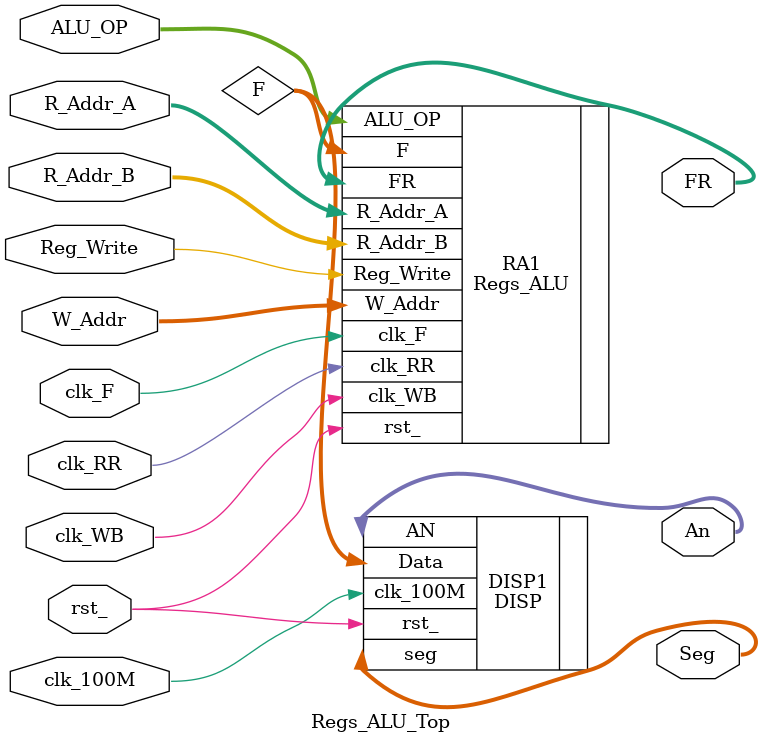
<source format=v>
`timescale 1ns / 1ps


module Regs_ALU_Top(
        input clk_100M,
        input rst_,
        input clk_WB,
        input clk_RR,
        input clk_F,
        input Reg_Write,
        input [3:0] ALU_OP,
        input [4:0] R_Addr_A,
        input [4:0] R_Addr_B,
        input [4:0] W_Addr,
        output [3:0] FR,
        output [7:0] An,
        output [7:0]Seg
    );
    
        wire [31:0]F;
        Regs_ALU RA1(
            .rst_(rst_),
            .clk_WB(clk_WB),
            .clk_RR(clk_RR),
            .clk_F(clk_F),
            .Reg_Write(Reg_Write),
            .ALU_OP(ALU_OP),
            .R_Addr_A(R_Addr_A),
            .R_Addr_B(R_Addr_B),
            .W_Addr(W_Addr),
            .FR(FR),
            .F(F)
            );
         DISP DISP1(
            .rst_(rst_),
            .clk_100M(clk_100M),
            .Data(F),
            .AN(An),
            .seg(Seg)
            );   
        
endmodule

</source>
